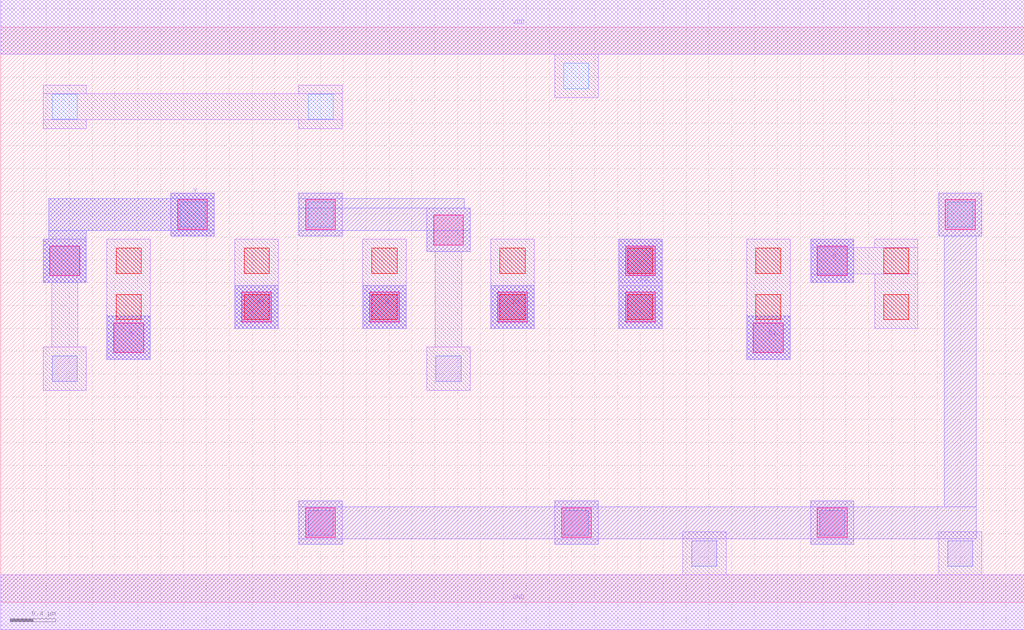
<source format=lef>
MACRO AOOAI223
 CLASS CORE ;
 FOREIGN AOOAI223 0 0 ;
 SIZE 8.96 BY 5.04 ;
 ORIGIN 0 0 ;
 SYMMETRY X Y R90 ;
 SITE unit ;
  PIN VDD
   DIRECTION INOUT ;
   USE POWER ;
   SHAPE ABUTMENT ;
    PORT
     CLASS CORE ;
       LAYER met1 ;
        RECT 0.00000000 4.80000000 8.96000000 5.28000000 ;
    END
  END VDD

  PIN GND
   DIRECTION INOUT ;
   USE POWER ;
   SHAPE ABUTMENT ;
    PORT
     CLASS CORE ;
       LAYER met1 ;
        RECT 0.00000000 -0.24000000 8.96000000 0.24000000 ;
    END
  END GND

  PIN Y
   DIRECTION INOUT ;
   USE SIGNAL ;
   SHAPE ABUTMENT ;
    PORT
     CLASS CORE ;
       LAYER met2 ;
        RECT 0.37000000 2.80200000 0.75000000 3.18200000 ;
        RECT 0.42000000 3.18200000 0.75000000 3.25700000 ;
        RECT 1.49000000 3.20700000 1.87000000 3.25700000 ;
        RECT 0.42000000 3.25700000 1.87000000 3.53700000 ;
        RECT 1.49000000 3.53700000 1.87000000 3.58700000 ;
    END
  END Y

  PIN C
   DIRECTION INOUT ;
   USE SIGNAL ;
   SHAPE ABUTMENT ;
    PORT
     CLASS CORE ;
       LAYER met2 ;
        RECT 7.09000000 2.80200000 7.47000000 3.18200000 ;
    END
  END C

  PIN A1
   DIRECTION INOUT ;
   USE SIGNAL ;
   SHAPE ABUTMENT ;
    PORT
     CLASS CORE ;
       LAYER met2 ;
        RECT 2.05000000 2.39700000 2.43000000 2.77700000 ;
    END
  END A1

  PIN A
   DIRECTION INOUT ;
   USE SIGNAL ;
   SHAPE ABUTMENT ;
    PORT
     CLASS CORE ;
       LAYER met2 ;
        RECT 0.93000000 2.12700000 1.31000000 2.50700000 ;
    END
  END A

  PIN B
   DIRECTION INOUT ;
   USE SIGNAL ;
   SHAPE ABUTMENT ;
    PORT
     CLASS CORE ;
       LAYER met2 ;
        RECT 3.17000000 2.39700000 3.55000000 2.77700000 ;
    END
  END B

  PIN B1
   DIRECTION INOUT ;
   USE SIGNAL ;
   SHAPE ABUTMENT ;
    PORT
     CLASS CORE ;
       LAYER met2 ;
        RECT 4.29000000 2.39700000 4.67000000 2.77700000 ;
    END
  END B1

  PIN C1
   DIRECTION INOUT ;
   USE SIGNAL ;
   SHAPE ABUTMENT ;
    PORT
     CLASS CORE ;
       LAYER met2 ;
        RECT 6.53000000 2.12700000 6.91000000 2.50700000 ;
    END
  END C1

  PIN C2
   DIRECTION INOUT ;
   USE SIGNAL ;
   SHAPE ABUTMENT ;
    PORT
     CLASS CORE ;
       LAYER met2 ;
        RECT 5.41000000 2.39700000 5.79000000 3.18200000 ;
    END
  END C2

 OBS
    LAYER polycont ;
     RECT 1.01000000 2.47700000 1.23000000 2.69700000 ;
     RECT 2.13000000 2.47700000 2.35000000 2.69700000 ;
     RECT 3.25000000 2.47700000 3.47000000 2.69700000 ;
     RECT 4.37000000 2.47700000 4.59000000 2.69700000 ;
     RECT 5.49000000 2.47700000 5.71000000 2.69700000 ;
     RECT 6.61000000 2.47700000 6.83000000 2.69700000 ;
     RECT 7.73000000 2.47700000 7.95000000 2.69700000 ;
     RECT 1.01000000 2.88200000 1.23000000 3.10200000 ;
     RECT 2.13000000 2.88200000 2.35000000 3.10200000 ;
     RECT 3.25000000 2.88200000 3.47000000 3.10200000 ;
     RECT 4.37000000 2.88200000 4.59000000 3.10200000 ;
     RECT 5.49000000 2.88200000 5.71000000 3.10200000 ;
     RECT 6.61000000 2.88200000 6.83000000 3.10200000 ;
     RECT 7.73000000 2.88200000 7.95000000 3.10200000 ;

    LAYER pdiffc ;
     RECT 1.57000000 3.28700000 1.79000000 3.50700000 ;
     RECT 2.69000000 3.28700000 2.91000000 3.50700000 ;
     RECT 8.29000000 3.28700000 8.51000000 3.50700000 ;
     RECT 0.45000000 4.23200000 0.67000000 4.45200000 ;
     RECT 2.69000000 4.23200000 2.91000000 4.45200000 ;
     RECT 4.93000000 4.50200000 5.15000000 4.72200000 ;

    LAYER ndiffc ;
     RECT 6.05000000 0.31700000 6.27000000 0.53700000 ;
     RECT 8.29000000 0.31700000 8.51000000 0.53700000 ;
     RECT 2.69000000 0.58700000 2.91000000 0.80700000 ;
     RECT 4.93000000 0.58700000 5.15000000 0.80700000 ;
     RECT 7.17000000 0.58700000 7.39000000 0.80700000 ;
     RECT 0.45000000 1.93700000 0.67000000 2.15700000 ;
     RECT 3.81000000 1.93700000 4.03000000 2.15700000 ;

    LAYER met1 ;
     RECT 0.00000000 -0.24000000 8.96000000 0.24000000 ;
     RECT 5.97000000 0.24000000 6.35000000 0.61700000 ;
     RECT 8.21000000 0.24000000 8.59000000 0.61700000 ;
     RECT 2.61000000 0.50700000 2.99000000 0.88700000 ;
     RECT 4.85000000 0.50700000 5.23000000 0.88700000 ;
     RECT 7.09000000 0.50700000 7.47000000 0.88700000 ;
     RECT 5.41000000 2.39700000 5.79000000 2.77700000 ;
     RECT 0.37000000 1.85700000 0.75000000 2.23700000 ;
     RECT 0.44500000 2.23700000 0.67500000 2.80200000 ;
     RECT 0.37000000 2.80200000 0.75000000 3.18200000 ;
     RECT 0.93000000 2.12700000 1.31000000 3.18200000 ;
     RECT 2.05000000 2.39700000 2.43000000 3.18200000 ;
     RECT 3.17000000 2.39700000 3.55000000 3.18200000 ;
     RECT 4.29000000 2.39700000 4.67000000 3.18200000 ;
     RECT 5.41000000 2.80200000 5.79000000 3.18200000 ;
     RECT 6.53000000 2.12700000 6.91000000 3.18200000 ;
     RECT 7.09000000 2.80200000 7.47000000 2.87700000 ;
     RECT 7.65000000 2.39700000 8.03000000 2.87700000 ;
     RECT 7.09000000 2.87700000 8.03000000 3.10700000 ;
     RECT 7.09000000 3.10700000 7.47000000 3.18200000 ;
     RECT 7.65000000 3.10700000 8.03000000 3.18200000 ;
     RECT 3.73000000 1.85700000 4.11000000 2.23700000 ;
     RECT 3.80500000 2.23700000 4.03500000 3.07200000 ;
     RECT 3.73000000 3.07200000 4.11000000 3.45200000 ;
     RECT 1.49000000 3.20700000 1.87000000 3.58700000 ;
     RECT 2.61000000 3.20700000 2.99000000 3.58700000 ;
     RECT 8.21000000 3.20700000 8.59000000 3.58700000 ;
     RECT 0.37000000 4.15200000 0.75000000 4.22700000 ;
     RECT 2.61000000 4.15200000 2.99000000 4.22700000 ;
     RECT 0.37000000 4.22700000 2.99000000 4.45700000 ;
     RECT 0.37000000 4.45700000 0.75000000 4.53200000 ;
     RECT 2.61000000 4.45700000 2.99000000 4.53200000 ;
     RECT 4.85000000 4.42200000 5.23000000 4.80000000 ;
     RECT 0.00000000 4.80000000 8.96000000 5.28000000 ;

    LAYER via1 ;
     RECT 2.67000000 0.56700000 2.93000000 0.82700000 ;
     RECT 4.91000000 0.56700000 5.17000000 0.82700000 ;
     RECT 7.15000000 0.56700000 7.41000000 0.82700000 ;
     RECT 0.99000000 2.18700000 1.25000000 2.44700000 ;
     RECT 6.59000000 2.18700000 6.85000000 2.44700000 ;
     RECT 2.11000000 2.45700000 2.37000000 2.71700000 ;
     RECT 3.23000000 2.45700000 3.49000000 2.71700000 ;
     RECT 4.35000000 2.45700000 4.61000000 2.71700000 ;
     RECT 5.47000000 2.45700000 5.73000000 2.71700000 ;
     RECT 0.43000000 2.86200000 0.69000000 3.12200000 ;
     RECT 5.47000000 2.86200000 5.73000000 3.12200000 ;
     RECT 7.15000000 2.86200000 7.41000000 3.12200000 ;
     RECT 3.79000000 3.13200000 4.05000000 3.39200000 ;
     RECT 1.55000000 3.26700000 1.81000000 3.52700000 ;
     RECT 2.67000000 3.26700000 2.93000000 3.52700000 ;
     RECT 8.27000000 3.26700000 8.53000000 3.52700000 ;

    LAYER met2 ;
     RECT 0.93000000 2.12700000 1.31000000 2.50700000 ;
     RECT 6.53000000 2.12700000 6.91000000 2.50700000 ;
     RECT 2.05000000 2.39700000 2.43000000 2.77700000 ;
     RECT 3.17000000 2.39700000 3.55000000 2.77700000 ;
     RECT 4.29000000 2.39700000 4.67000000 2.77700000 ;
     RECT 5.41000000 2.39700000 5.79000000 3.18200000 ;
     RECT 7.09000000 2.80200000 7.47000000 3.18200000 ;
     RECT 0.37000000 2.80200000 0.75000000 3.18200000 ;
     RECT 0.42000000 3.18200000 0.75000000 3.25700000 ;
     RECT 1.49000000 3.20700000 1.87000000 3.25700000 ;
     RECT 0.42000000 3.25700000 1.87000000 3.53700000 ;
     RECT 1.49000000 3.53700000 1.87000000 3.58700000 ;
     RECT 2.61000000 3.20700000 2.99000000 3.25700000 ;
     RECT 3.73000000 3.07200000 4.11000000 3.25700000 ;
     RECT 2.61000000 3.25700000 4.11000000 3.45200000 ;
     RECT 2.61000000 3.45200000 4.06000000 3.53700000 ;
     RECT 2.61000000 3.53700000 2.99000000 3.58700000 ;
     RECT 2.61000000 0.50700000 2.99000000 0.55700000 ;
     RECT 4.85000000 0.50700000 5.23000000 0.55700000 ;
     RECT 7.09000000 0.50700000 7.47000000 0.55700000 ;
     RECT 2.61000000 0.55700000 8.54000000 0.83700000 ;
     RECT 2.61000000 0.83700000 2.99000000 0.88700000 ;
     RECT 4.85000000 0.83700000 5.23000000 0.88700000 ;
     RECT 7.09000000 0.83700000 7.47000000 0.88700000 ;
     RECT 8.26000000 0.83700000 8.54000000 3.20700000 ;
     RECT 8.21000000 3.20700000 8.59000000 3.58700000 ;

 END
END AOOAI223

</source>
